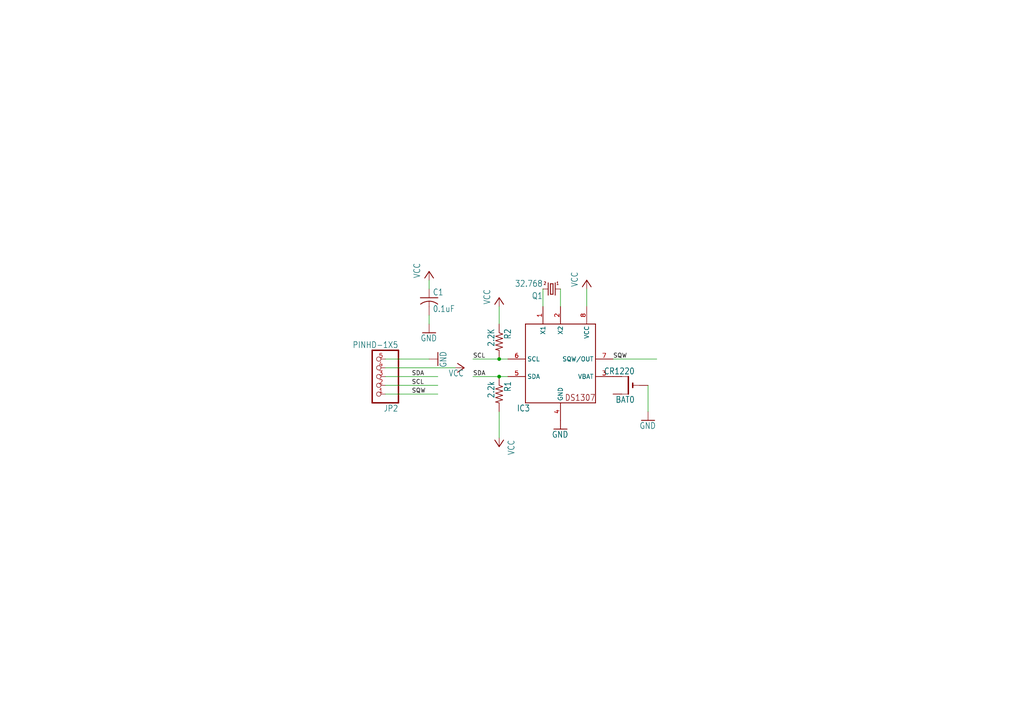
<source format=kicad_sch>
(kicad_sch (version 20211123) (generator eeschema)
  (paper "A4")
  (lib_symbols
    (symbol "schematicEagle-eagle-import:C-US025-025X050"
      (property "Reference" "C" (at 1.016 0.635 0))
      (property "Value" "C-US025-025X050" (at 1.016 -4.191 0))
      (symbol "C-US025-025X050_1_0"
        (arc (start 0 -1.0161) (mid -1.302 -1.2303) (end -2.4668 -1.8504) (stroke (width 0.254)))
        (polyline (pts (xy -2.54 0) (xy 2.54 0)) (stroke (width 0.254)))
        (polyline (pts (xy 0 -1.016) (xy 0 -2.54)) (stroke (width 0.1524)))
        (arc (start 2.4892 -1.8542) (mid 1.3158 -1.2195) (end 0 -1) (stroke (width 0.254)))
        (pin passive line (at 0 2.54 270) (length 2.54) (name "1") (number "1"))
        (pin passive line (at 0 -5.08 90) (length 2.54) (name "2") (number "2"))
      )
    )
    (symbol "schematicEagle-eagle-import:CR1220THM"
      (property "Value" "CR1220THM" (at -1.27 -5.08 0))
      (symbol "CR1220THM_1_0"
        (polyline (pts (xy -2.54 0) (xy -0.635 0)) (stroke (width 0.1524)))
        (polyline (pts (xy -0.635 0) (xy -0.635 -0.635)) (stroke (width 0.4064)))
        (polyline (pts (xy -0.635 0.635) (xy -0.635 0)) (stroke (width 0.4064)))
        (polyline (pts (xy 0.635 -2.54) (xy 2.54 -2.54)) (stroke (width 0.1524)))
        (polyline (pts (xy 0.635 2.54) (xy 0.635 -2.54)) (stroke (width 0.4064)))
        (polyline (pts (xy 0.635 2.54) (xy 2.54 2.54)) (stroke (width 0.1524)))
        (pin passive line (at 5.08 2.54 180) (length 2.54) (name "+") (number "+1"))
        (pin passive line (at 5.08 -2.54 180) (length 2.54) (name "+1") (number "+2"))
        (pin passive line (at -5.08 0 0) (length 2.54) (name "-") (number "-"))
      )
    )
    (symbol "schematicEagle-eagle-import:CRYTALTC38H"
      (property "Reference" "Q" (at 2.54 1.016 0))
      (property "Value" "CRYTALTC38H" (at 2.54 -2.54 0))
      (symbol "CRYTALTC38H_1_0"
        (polyline (pts (xy -2.54 0) (xy -1.016 0)) (stroke (width 0.1524)))
        (polyline (pts (xy -1.016 1.778) (xy -1.016 -1.778)) (stroke (width 0.254)))
        (polyline (pts (xy -0.381 -1.524) (xy 0.381 -1.524)) (stroke (width 0.254)))
        (polyline (pts (xy -0.381 1.524) (xy -0.381 -1.524)) (stroke (width 0.254)))
        (polyline (pts (xy 0.381 -1.524) (xy 0.381 1.524)) (stroke (width 0.254)))
        (polyline (pts (xy 0.381 1.524) (xy -0.381 1.524)) (stroke (width 0.254)))
        (polyline (pts (xy 1.016 0) (xy 2.54 0)) (stroke (width 0.1524)))
        (polyline (pts (xy 1.016 1.778) (xy 1.016 -1.778)) (stroke (width 0.254)))
        (text "1" (at -2.159 -1.143 0) (effects (font (size 0.8636 0.734)) (justify left bottom)))
        (text "2" (at 1.524 -1.143 0) (effects (font (size 0.8636 0.734)) (justify left bottom)))
        (pin passive line (at -2.54 0 0) (length 0) (name "1") (number "1"))
        (pin passive line (at 2.54 0 180) (length 0) (name "2") (number "2"))
      )
    )
    (symbol "schematicEagle-eagle-import:DS1307"
      (property "Reference" "IC" (at -12.7 -12.7 0))
      (symbol "DS1307_1_0"
        (polyline (pts (xy -10.16 -10.16) (xy -10.16 12.7)) (stroke (width 0.254)))
        (polyline (pts (xy -10.16 12.7) (xy 10.16 12.7)) (stroke (width 0.254)))
        (polyline (pts (xy 10.16 -10.16) (xy -10.16 -10.16)) (stroke (width 0.254)))
        (polyline (pts (xy 10.16 12.7) (xy 10.16 -10.16)) (stroke (width 0.254)))
        (text "DS1307" (at 10.16 -7.62 0) (effects (font (size 1.778 1.5113)) (justify right top)))
        (pin passive line (at -5.08 17.78 270) (length 5.08) (name "X1") (number "1"))
        (pin passive line (at 0 17.78 270) (length 5.08) (name "X2") (number "2"))
        (pin power_in line (at 15.24 -2.54 180) (length 5.08) (name "VBAT") (number "3"))
        (pin power_in line (at 0 -15.24 90) (length 5.08) (name "GND") (number "4"))
        (pin bidirectional line (at -15.24 -2.54 0) (length 5.08) (name "SDA") (number "5"))
        (pin bidirectional line (at -15.24 2.54 0) (length 5.08) (name "SCL") (number "6"))
        (pin bidirectional line (at 15.24 2.54 180) (length 5.08) (name "SQW/OUT") (number "7"))
        (pin power_in line (at 7.62 17.78 270) (length 5.08) (name "VCC") (number "8"))
      )
    )
    (symbol "schematicEagle-eagle-import:GND" (power)
      (property "Value" "GND" (at -2.54 -2.54 0))
      (symbol "GND_1_0"
        (polyline (pts (xy -1.905 0) (xy 1.905 0)) (stroke (width 0.254)))
        (pin power_in line (at 0 2.54 270) (length 2.54) (name "GND") (number "1"))
      )
    )
    (symbol "schematicEagle-eagle-import:PINHD-1X5"
      (property "Reference" "JP" (at -6.35 8.255 0))
      (property "Value" "PINHD-1X5" (at -6.35 -10.16 0))
      (symbol "PINHD-1X5_1_0"
        (polyline (pts (xy -6.35 -7.62) (xy 1.27 -7.62)) (stroke (width 0.4064)))
        (polyline (pts (xy -6.35 7.62) (xy -6.35 -7.62)) (stroke (width 0.4064)))
        (polyline (pts (xy 1.27 -7.62) (xy 1.27 7.62)) (stroke (width 0.4064)))
        (polyline (pts (xy 1.27 7.62) (xy -6.35 7.62)) (stroke (width 0.4064)))
        (pin passive inverted (at -2.54 5.08 0) (length 2.54) (name "1") (number "1"))
        (pin passive inverted (at -2.54 2.54 0) (length 2.54) (name "2") (number "2"))
        (pin passive inverted (at -2.54 0 0) (length 2.54) (name "3") (number "3"))
        (pin passive inverted (at -2.54 -2.54 0) (length 2.54) (name "4") (number "4"))
        (pin passive inverted (at -2.54 -5.08 0) (length 2.54) (name "5") (number "5"))
      )
    )
    (symbol "schematicEagle-eagle-import:R-US_0207{slash}10"
      (property "Reference" "R" (at -3.81 1.4986 0))
      (property "Value" "R-US_0207{slash}10" (at -3.81 -3.302 0))
      (symbol "R-US_0207{slash}10_1_0"
        (polyline (pts (xy -2.54 0) (xy -2.159 1.016)) (stroke (width 0.2032)))
        (polyline (pts (xy -2.159 1.016) (xy -1.524 -1.016)) (stroke (width 0.2032)))
        (polyline (pts (xy -1.524 -1.016) (xy -0.889 1.016)) (stroke (width 0.2032)))
        (polyline (pts (xy -0.889 1.016) (xy -0.254 -1.016)) (stroke (width 0.2032)))
        (polyline (pts (xy -0.254 -1.016) (xy 0.381 1.016)) (stroke (width 0.2032)))
        (polyline (pts (xy 0.381 1.016) (xy 1.016 -1.016)) (stroke (width 0.2032)))
        (polyline (pts (xy 1.016 -1.016) (xy 1.651 1.016)) (stroke (width 0.2032)))
        (polyline (pts (xy 1.651 1.016) (xy 2.286 -1.016)) (stroke (width 0.2032)))
        (polyline (pts (xy 2.286 -1.016) (xy 2.54 0)) (stroke (width 0.2032)))
        (pin passive line (at -5.08 0 0) (length 2.54) (name "1") (number "1"))
        (pin passive line (at 5.08 0 180) (length 2.54) (name "2") (number "2"))
      )
    )
    (symbol "schematicEagle-eagle-import:VCC" (power)
      (property "Value" "VCC" (at -2.54 -2.54 90))
      (symbol "VCC_1_0"
        (polyline (pts (xy 0 0) (xy -1.27 -1.905)) (stroke (width 0.254)))
        (polyline (pts (xy 1.27 -1.905) (xy 0 0)) (stroke (width 0.254)))
        (pin power_in line (at 0 -2.54 90) (length 2.54) (name "VCC") (number "1"))
      )
    )
  )
  (junction (at 144.78 104.14))
  (junction (at 144.78 109.22))
  (wire (pts (xy 147.32 104.14) (xy 144.78 104.14)))
  (wire (pts (xy 124.46 93.98) (xy 124.46 91.44)))
  (wire (pts (xy 144.78 104.14) (xy 137.16 104.14)))
  (wire (pts (xy 157.48 83.82) (xy 157.48 88.9)))
  (wire (pts (xy 124.46 81.28) (xy 124.46 83.82)))
  (wire (pts (xy 124.46 104.14) (xy 111.76 104.14)))
  (wire (pts (xy 170.18 83.82) (xy 170.18 88.9)))
  (wire (pts (xy 144.78 88.9) (xy 144.78 93.98)))
  (wire (pts (xy 111.76 111.76) (xy 127 111.76)))
  (wire (pts (xy 162.56 83.82) (xy 162.56 88.9)))
  (wire (pts (xy 187.96 111.76) (xy 187.96 119.38)))
  (wire (pts (xy 147.32 109.22) (xy 144.78 109.22)))
  (wire (pts (xy 177.8 104.14) (xy 190.5 104.14)))
  (wire (pts (xy 132.08 106.68) (xy 111.76 106.68)))
  (wire (pts (xy 111.76 109.22) (xy 127 109.22)))
  (wire (pts (xy 144.78 109.22) (xy 137.16 109.22)))
  (wire (pts (xy 144.78 127) (xy 144.78 119.38)))
  (wire (pts (xy 111.76 114.3) (xy 127 114.3)))
  (label "SQW" (at 177.8 104.14 0) (effects (font (size 1.2446 1.2446))))
  (label "SCL" (at 119.38 111.76 0) (effects (font (size 1.2446 1.2446))))
  (label "SDA" (at 119.38 109.22 0) (effects (font (size 1.2446 1.2446))))
  (label "SDA" (at 137.16 109.22 0) (effects (font (size 1.2446 1.2446))))
  (label "SCL" (at 137.16 104.14 0) (effects (font (size 1.2446 1.2446))))
  (label "SQW" (at 119.38 114.3 0) (effects (font (size 1.2446 1.2446))))
  (symbol (lib_id "schematicEagle-eagle-import:VCC") (at 134.62 106.68 270) (mirror x) (unit 1)
    (property "Reference" "#P+1" (effects hide))
    (property "Value" "VCC" (at 134.62 109.22 90) (effects (font (size 1.778 1.5113)) (justify right top)))
    (property "Footprint" "schematicEagle:" (effects hide))
  )
  (symbol (lib_id "schematicEagle-eagle-import:R-US_0207{slash}10") (at 144.78 114.3 270) (unit 1)
    (property "Reference" "R1" (at 146.2786 110.49 0) (effects (font (size 1.778 1.5113)) (justify left bottom)))
    (property "Value" "2.2k" (at 141.478 110.49 0) (effects (font (size 1.778 1.5113)) (justify left bottom)))
    (property "Footprint" "schematicEagle:0207_10" (effects hide))
  )
  (symbol (lib_id "schematicEagle-eagle-import:DS1307") (at 162.56 106.68 0) (unit 1)
    (property "Reference" "IC3" (at 149.86 119.38 0) (effects (font (size 1.778 1.5113)) (justify left bottom)))
    (property "Value" "DS1307" (effects hide))
    (property "Footprint" "schematicEagle:DIL08" (effects hide))
  )
  (symbol (lib_id "schematicEagle-eagle-import:GND") (at 187.96 121.92 0) (unit 1)
    (property "Reference" "#GND17" (effects hide))
    (property "Value" "GND" (at 185.42 124.46 0) (effects (font (size 1.778 1.5113)) (justify left bottom)))
    (property "Footprint" "schematicEagle:" (effects hide))
  )
  (symbol (lib_id "schematicEagle-eagle-import:GND") (at 124.46 96.52 0) (unit 1)
    (property "Reference" "#GND2" (effects hide))
    (property "Value" "GND" (at 121.92 99.06 0) (effects (font (size 1.778 1.5113)) (justify left bottom)))
    (property "Footprint" "schematicEagle:" (effects hide))
  )
  (symbol (lib_id "schematicEagle-eagle-import:GND") (at 127 104.14 90) (unit 1)
    (property "Reference" "#GND1" (effects hide))
    (property "Value" "GND" (at 129.54 106.68 0) (effects (font (size 1.778 1.5113)) (justify left bottom)))
    (property "Footprint" "schematicEagle:" (effects hide))
  )
  (symbol (lib_id "schematicEagle-eagle-import:CR1220THM") (at 182.88 111.76 180) (unit 1)
    (property "Reference" "BAT0" (at 184.15 114.935 0) (effects (font (size 1.778 1.5113)) (justify left bottom)))
    (property "Value" "CR1220" (at 184.15 106.68 0) (effects (font (size 1.778 1.5113)) (justify left bottom)))
    (property "Footprint" "schematicEagle:CR1220-THM" (effects hide))
  )
  (symbol (lib_id "schematicEagle-eagle-import:GND") (at 162.56 124.46 0) (unit 1)
    (property "Reference" "#GND16" (effects hide))
    (property "Value" "GND" (at 160.02 127 0) (effects (font (size 1.778 1.5113)) (justify left bottom)))
    (property "Footprint" "schematicEagle:" (effects hide))
  )
  (symbol (lib_id "schematicEagle-eagle-import:C-US025-025X050") (at 124.46 86.36 0) (unit 1)
    (property "Reference" "C1" (at 125.476 85.725 0) (effects (font (size 1.778 1.5113)) (justify left bottom)))
    (property "Value" "0.1uF" (at 125.476 90.551 0) (effects (font (size 1.778 1.5113)) (justify left bottom)))
    (property "Footprint" "schematicEagle:C025-025X050" (effects hide))
  )
  (symbol (lib_id "schematicEagle-eagle-import:PINHD-1X5") (at 109.22 109.22 180) (unit 1)
    (property "Reference" "JP2" (at 115.57 117.475 0) (effects (font (size 1.778 1.5113)) (justify left bottom)))
    (property "Value" "PINHD-1X5" (at 115.57 99.06 0) (effects (font (size 1.778 1.5113)) (justify left bottom)))
    (property "Footprint" "schematicEagle:1X05" (effects hide))
  )
  (symbol (lib_id "schematicEagle-eagle-import:VCC") (at 124.46 78.74 0) (mirror y) (unit 1)
    (property "Reference" "#P+2" (effects hide))
    (property "Value" "VCC" (at 121.92 76.2 90) (effects (font (size 1.778 1.5113)) (justify right top)))
    (property "Footprint" "schematicEagle:" (effects hide))
  )
  (symbol (lib_id "schematicEagle-eagle-import:VCC") (at 144.78 86.36 0) (mirror y) (unit 1)
    (property "Reference" "#P+14" (effects hide))
    (property "Value" "VCC" (at 142.24 83.82 90) (effects (font (size 1.778 1.5113)) (justify right top)))
    (property "Footprint" "schematicEagle:" (effects hide))
  )
  (symbol (lib_id "schematicEagle-eagle-import:CRYTALTC38H") (at 160.02 83.82 180) (unit 1)
    (property "Reference" "Q1" (at 157.48 84.836 0) (effects (font (size 1.778 1.5113)) (justify left bottom)))
    (property "Value" "32.768" (at 157.48 81.28 0) (effects (font (size 1.778 1.5113)) (justify left bottom)))
    (property "Footprint" "schematicEagle:TC38H" (effects hide))
  )
  (symbol (lib_id "schematicEagle-eagle-import:VCC") (at 144.78 129.54 0) (mirror x) (unit 1)
    (property "Reference" "#P+15" (effects hide))
    (property "Value" "VCC" (at 147.32 132.08 90) (effects (font (size 1.778 1.5113)) (justify right top)))
    (property "Footprint" "schematicEagle:" (effects hide))
  )
  (symbol (lib_id "schematicEagle-eagle-import:VCC") (at 170.18 81.28 0) (mirror y) (unit 1)
    (property "Reference" "#P+13" (effects hide))
    (property "Value" "VCC" (at 167.64 78.74 90) (effects (font (size 1.778 1.5113)) (justify right top)))
    (property "Footprint" "schematicEagle:" (effects hide))
  )
  (symbol (lib_id "schematicEagle-eagle-import:R-US_0207{slash}10") (at 144.78 99.06 270) (unit 1)
    (property "Reference" "R2" (at 146.2786 95.25 0) (effects (font (size 1.778 1.5113)) (justify left bottom)))
    (property "Value" "2.2K" (at 141.478 95.25 0) (effects (font (size 1.778 1.5113)) (justify left bottom)))
    (property "Footprint" "schematicEagle:0207_10" (effects hide))
  )
)
</source>
